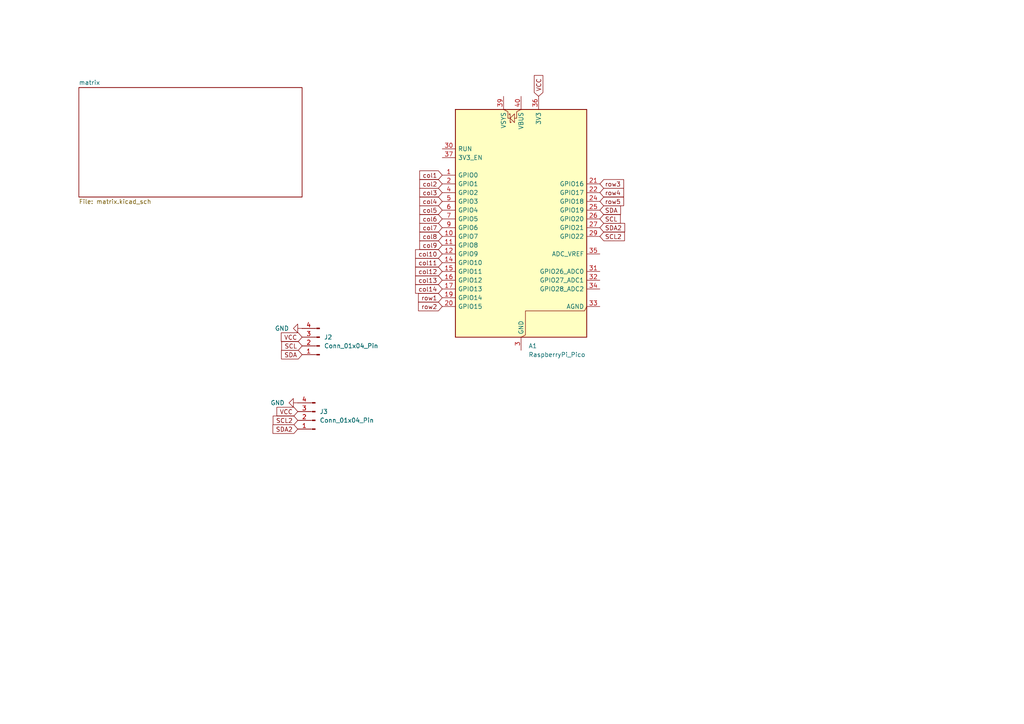
<source format=kicad_sch>
(kicad_sch (version 20250114) (generator "eeschema") (generator_version "9.0")
  (paper "A4")
  (lib_symbols
    (symbol "Connector:Conn_01x04_Pin" (pin_names (offset 1.016) (hide yes))
      (property "Reference" "J" (at 0 5.08 0))
      (property "Value" "Conn_01x04_Pin" (at 0 -7.62 0))
      (symbol "Conn_01x04_Pin_1_1"
        (rectangle (start 0.8636 2.667) (end 0 2.413) (stroke (width 0.1524)) (fill (type outline)))
        (rectangle (start 0.8636 0.127) (end 0 -0.127) (stroke (width 0.1524)) (fill (type outline)))
        (rectangle (start 0.8636 -2.413) (end 0 -2.667) (stroke (width 0.1524)) (fill (type outline)))
        (rectangle (start 0.8636 -4.953) (end 0 -5.207) (stroke (width 0.1524)) (fill (type outline)))
        (polyline (pts (xy 1.27 2.54) (xy 0.8636 2.54)) (stroke (width 0.1524)))
        (polyline (pts (xy 1.27 0) (xy 0.8636 0)) (stroke (width 0.1524)))
        (polyline (pts (xy 1.27 -2.54) (xy 0.8636 -2.54)) (stroke (width 0.1524)))
        (polyline (pts (xy 1.27 -5.08) (xy 0.8636 -5.08)) (stroke (width 0.1524)))
        (pin passive line (at 5.08 2.54 180) (length 3.81) (name "Pin_1") (number "1"))
        (pin passive line (at 5.08 0 180) (length 3.81) (name "Pin_2") (number "2"))
        (pin passive line (at 5.08 -2.54 180) (length 3.81) (name "Pin_3") (number "3"))
        (pin passive line (at 5.08 -5.08 180) (length 3.81) (name "Pin_4") (number "4"))
      )
    )
    (symbol "MCU_Module:RaspberryPi_Pico" (pin_names (offset 0.762))
      (property "Reference" "A" (at -19.05 35.56 0))
      (property "Value" "RaspberryPi_Pico" (at 7.62 35.56 0))
      (symbol "RaspberryPi_Pico_0_1"
        (rectangle (start -19.05 34.29) (end 19.05 -31.75) (stroke (width 0.254)) (fill (type background)))
        (polyline (pts (xy -5.08 34.29) (xy -3.81 33.655) (xy -3.81 31.75) (xy -3.175 31.75)))
        (polyline (pts (xy -3.429 32.766) (xy -3.429 33.02) (xy -3.175 33.02) (xy -3.175 30.48) (xy -2.921 30.48) (xy -2.921 30.734)))
        (polyline (pts (xy -3.175 31.75) (xy -1.905 33.02) (xy -1.905 30.48) (xy -3.175 31.75)))
        (polyline (pts (xy 0 34.29) (xy -1.27 33.655) (xy -1.27 31.75) (xy -1.905 31.75)))
        (polyline (pts (xy 0 -31.75) (xy 1.27 -31.115) (xy 1.27 -24.13) (xy 18.415 -24.13) (xy 19.05 -22.86)))
      )
      (symbol "RaspberryPi_Pico_1_1"
        (pin passive line (at -22.86 22.86 0) (length 3.81) (name "RUN") (number "30"))
        (pin passive line (at -22.86 20.32 0) (length 3.81) (name "3V3_EN") (number "37"))
        (pin bidirectional line (at -22.86 15.24 0) (length 3.81) (name "GPIO0") (number "1"))
        (pin bidirectional line (at -22.86 12.7 0) (length 3.81) (name "GPIO1") (number "2"))
        (pin bidirectional line (at -22.86 10.16 0) (length 3.81) (name "GPIO2") (number "4"))
        (pin bidirectional line (at -22.86 7.62 0) (length 3.81) (name "GPIO3") (number "5"))
        (pin bidirectional line (at -22.86 5.08 0) (length 3.81) (name "GPIO4") (number "6"))
        (pin bidirectional line (at -22.86 2.54 0) (length 3.81) (name "GPIO5") (number "7"))
        (pin bidirectional line (at -22.86 0 0) (length 3.81) (name "GPIO6") (number "9"))
        (pin bidirectional line (at -22.86 -2.54 0) (length 3.81) (name "GPIO7") (number "10"))
        (pin bidirectional line (at -22.86 -5.08 0) (length 3.81) (name "GPIO8") (number "11"))
        (pin bidirectional line (at -22.86 -7.62 0) (length 3.81) (name "GPIO9") (number "12"))
        (pin bidirectional line (at -22.86 -10.16 0) (length 3.81) (name "GPIO10") (number "14"))
        (pin bidirectional line (at -22.86 -12.7 0) (length 3.81) (name "GPIO11") (number "15"))
        (pin bidirectional line (at -22.86 -15.24 0) (length 3.81) (name "GPIO12") (number "16"))
        (pin bidirectional line (at -22.86 -17.78 0) (length 3.81) (name "GPIO13") (number "17"))
        (pin bidirectional line (at -22.86 -20.32 0) (length 3.81) (name "GPIO14") (number "19"))
        (pin bidirectional line (at -22.86 -22.86 0) (length 3.81) (name "GPIO15") (number "20"))
        (pin power_in line (at -5.08 38.1 270) (length 3.81) (name "VSYS") (number "39"))
        (pin power_out line (at 0 38.1 270) (length 3.81) (name "VBUS") (number "40"))
        (pin passive line (at 0 -35.56 90) (length 3.81) (hide yes) (name "GND") (number "13"))
        (pin passive line (at 0 -35.56 90) (length 3.81) (hide yes) (name "GND") (number "18"))
        (pin passive line (at 0 -35.56 90) (length 3.81) (hide yes) (name "GND") (number "23"))
        (pin passive line (at 0 -35.56 90) (length 3.81) (hide yes) (name "GND") (number "28"))
        (pin power_out line (at 0 -35.56 90) (length 3.81) (name "GND") (number "3"))
        (pin passive line (at 0 -35.56 90) (length 3.81) (hide yes) (name "GND") (number "38"))
        (pin passive line (at 0 -35.56 90) (length 3.81) (hide yes) (name "GND") (number "8"))
        (pin power_out line (at 5.08 38.1 270) (length 3.81) (name "3V3") (number "36"))
        (pin bidirectional line (at 22.86 12.7 180) (length 3.81) (name "GPIO16") (number "21"))
        (pin bidirectional line (at 22.86 10.16 180) (length 3.81) (name "GPIO17") (number "22"))
        (pin bidirectional line (at 22.86 7.62 180) (length 3.81) (name "GPIO18") (number "24"))
        (pin bidirectional line (at 22.86 5.08 180) (length 3.81) (name "GPIO19") (number "25"))
        (pin bidirectional line (at 22.86 2.54 180) (length 3.81) (name "GPIO20") (number "26"))
        (pin bidirectional line (at 22.86 0 180) (length 3.81) (name "GPIO21") (number "27"))
        (pin bidirectional line (at 22.86 -2.54 180) (length 3.81) (name "GPIO22") (number "29"))
        (pin power_in line (at 22.86 -7.62 180) (length 3.81) (name "ADC_VREF") (number "35"))
        (pin bidirectional line (at 22.86 -12.7 180) (length 3.81) (name "GPIO26_ADC0") (number "31"))
        (pin bidirectional line (at 22.86 -15.24 180) (length 3.81) (name "GPIO27_ADC1") (number "32"))
        (pin bidirectional line (at 22.86 -17.78 180) (length 3.81) (name "GPIO28_ADC2") (number "34"))
        (pin power_out line (at 22.86 -22.86 180) (length 3.81) (name "AGND") (number "33"))
      )
    )
    (symbol "power:GND" (power) (pin_numbers (hide yes)) (pin_names (offset 0) (hide yes))
      (property "Value" "GND" (at 0 -3.81 0))
      (symbol "GND_0_1"
        (polyline (pts (xy 0 0) (xy 0 -1.27) (xy 1.27 -1.27) (xy 0 -2.54) (xy -1.27 -1.27) (xy 0 -1.27)))
      )
      (symbol "GND_1_1"
        (pin power_in line (at 0 0 270) (length 0) (name "~") (number "1"))
      )
    )
  )
  (global_label "VCC" (shape input) (at 87.63 97.79 180) (property "Intersheetrefs" "${INTERSHEET_REFS}" (effects (hide yes))))
  (global_label "col4" (shape input) (at 128.27 58.42 180) (property "Intersheetrefs" "${INTERSHEET_REFS}" (effects (hide yes))))
  (global_label "col7" (shape input) (at 128.27 66.04 180) (property "Intersheetrefs" "${INTERSHEET_REFS}" (effects (hide yes))))
  (global_label "SDA" (shape input) (at 173.99 60.96 0) (property "Intersheetrefs" "${INTERSHEET_REFS}" (effects (hide yes))))
  (global_label "col3" (shape input) (at 128.27 55.88 180) (property "Intersheetrefs" "${INTERSHEET_REFS}" (effects (hide yes))))
  (global_label "SDA2" (shape input) (at 173.99 66.04 0) (property "Intersheetrefs" "${INTERSHEET_REFS}" (effects (hide yes))))
  (global_label "col11" (shape input) (at 128.27 76.2 180) (property "Intersheetrefs" "${INTERSHEET_REFS}" (effects (hide yes))))
  (global_label "SCL" (shape input) (at 87.63 100.33 180) (property "Intersheetrefs" "${INTERSHEET_REFS}" (effects (hide yes))))
  (global_label "col13" (shape input) (at 128.27 81.28 180) (property "Intersheetrefs" "${INTERSHEET_REFS}" (effects (hide yes))))
  (global_label "col1" (shape input) (at 128.27 50.8 180) (property "Intersheetrefs" "${INTERSHEET_REFS}" (effects (hide yes))))
  (global_label "VCC" (shape input) (at 86.36 119.38 180) (property "Intersheetrefs" "${INTERSHEET_REFS}" (effects (hide yes))))
  (global_label "row4" (shape input) (at 173.99 55.88 0) (property "Intersheetrefs" "${INTERSHEET_REFS}" (effects (hide yes))))
  (global_label "col9" (shape input) (at 128.27 71.12 180) (property "Intersheetrefs" "${INTERSHEET_REFS}" (effects (hide yes))))
  (global_label "col14" (shape input) (at 128.27 83.82 180) (property "Intersheetrefs" "${INTERSHEET_REFS}" (effects (hide yes))))
  (global_label "SCL" (shape input) (at 173.99 63.5 0) (property "Intersheetrefs" "${INTERSHEET_REFS}" (effects (hide yes))))
  (global_label "row1" (shape input) (at 128.27 86.36 180) (property "Intersheetrefs" "${INTERSHEET_REFS}" (effects (hide yes))))
  (global_label "row5" (shape input) (at 173.99 58.42 0) (property "Intersheetrefs" "${INTERSHEET_REFS}" (effects (hide yes))))
  (global_label "VCC" (shape input) (at 156.21 27.94 90) (property "Intersheetrefs" "${INTERSHEET_REFS}" (effects (hide yes))))
  (global_label "col5" (shape input) (at 128.27 60.96 180) (property "Intersheetrefs" "${INTERSHEET_REFS}" (effects (hide yes))))
  (global_label "SCL2" (shape input) (at 86.36 121.92 180) (property "Intersheetrefs" "${INTERSHEET_REFS}" (effects (hide yes))))
  (global_label "SDA2" (shape input) (at 86.36 124.46 180) (property "Intersheetrefs" "${INTERSHEET_REFS}" (effects (hide yes))))
  (global_label "SCL2" (shape input) (at 173.99 68.58 0) (property "Intersheetrefs" "${INTERSHEET_REFS}" (effects (hide yes))))
  (global_label "col10" (shape input) (at 128.27 73.66 180) (property "Intersheetrefs" "${INTERSHEET_REFS}" (effects (hide yes))))
  (global_label "row2" (shape input) (at 128.27 88.9 180) (property "Intersheetrefs" "${INTERSHEET_REFS}" (effects (hide yes))))
  (global_label "col6" (shape input) (at 128.27 63.5 180) (property "Intersheetrefs" "${INTERSHEET_REFS}" (effects (hide yes))))
  (global_label "col8" (shape input) (at 128.27 68.58 180) (property "Intersheetrefs" "${INTERSHEET_REFS}" (effects (hide yes))))
  (global_label "col12" (shape input) (at 128.27 78.74 180) (property "Intersheetrefs" "${INTERSHEET_REFS}" (effects (hide yes))))
  (global_label "col2" (shape input) (at 128.27 53.34 180) (property "Intersheetrefs" "${INTERSHEET_REFS}" (effects (hide yes))))
  (global_label "row3" (shape input) (at 173.99 53.34 0) (property "Intersheetrefs" "${INTERSHEET_REFS}" (effects (hide yes))))
  (global_label "SDA" (shape input) (at 87.63 102.87 180) (property "Intersheetrefs" "${INTERSHEET_REFS}" (effects (hide yes))))
  (symbol (lib_id "Connector:Conn_01x04_Pin") (at 91.44 121.92 180) (unit 1)
    (property "Reference" "J3" (at 92.71 119.3799 0) (effects (justify right)))
    (property "Value" "Conn_01x04_Pin" (at 92.71 121.9199 0) (effects (justify right)))
    (property "Footprint" "Oled screen:SSD1306-0.91-OLED-4pin-128x32" (effects (hide yes)))
    (property "Description" "Generic connector, single row, 01x04, script generated" (effects (hide yes)))
  )
  (symbol (lib_id "power:GND") (at 86.36 116.84 270) (unit 1)
    (property "Reference" "#PWR014" (effects (hide yes)))
    (property "Value" "GND" (at 82.55 116.8399 90) (effects (justify right)))
    (property "Description" "Power symbol creates a global label with name \"GND\" , ground" (effects (hide yes)))
  )
  (symbol (lib_id "MCU_Module:RaspberryPi_Pico") (at 151.13 66.04 0) (unit 1)
    (property "Reference" "A1" (at 153.2733 100.33 0) (effects (justify left)))
    (property "Value" "RaspberryPi_Pico" (at 153.2733 102.87 0) (effects (justify left)))
    (property "Footprint" "Module:RaspberryPi_Pico_Common_Unspecified" (effects (hide yes)))
    (property "Datasheet" "https://datasheets.raspberrypi.com/pico/pico-datasheet.pdf" (effects (hide yes)))
    (property "Description" "Versatile and inexpensive microcontroller module powered by RP2040 dual-core Arm Cortex-M0+ processor up to 133 MHz, 264kB SRAM, 2MB QSPI flash; also supports Raspberry Pi Pico 2" (effects (hide yes)))
  )
  (symbol (lib_id "Connector:Conn_01x04_Pin") (at 92.71 100.33 180) (unit 1)
    (property "Reference" "J2" (at 93.98 97.7899 0) (effects (justify right)))
    (property "Value" "Conn_01x04_Pin" (at 93.98 100.3299 0) (effects (justify right)))
    (property "Footprint" "Oled screen:SSD1306-0.91-OLED-4pin-128x32" (effects (hide yes)))
    (property "Description" "Generic connector, single row, 01x04, script generated" (effects (hide yes)))
  )
  (symbol (lib_id "power:GND") (at 87.63 95.25 270) (unit 1)
    (property "Reference" "#PWR013" (effects (hide yes)))
    (property "Value" "GND" (at 83.82 95.2499 90) (effects (justify right)))
    (property "Description" "Power symbol creates a global label with name \"GND\" , ground" (effects (hide yes)))
  )
  (sheet (at 22.86 25.4) (size 64.77 31.75) (stroke (width 0.1524))
    (property "Sheetname" "matrix" (at 22.86 24.6884 0) (effects (justify left bottom)))
    (property "Sheetfile" "matrix.kicad_sch" (at 22.86 57.7346 0) (effects (justify left top)))
  )
)
</source>
